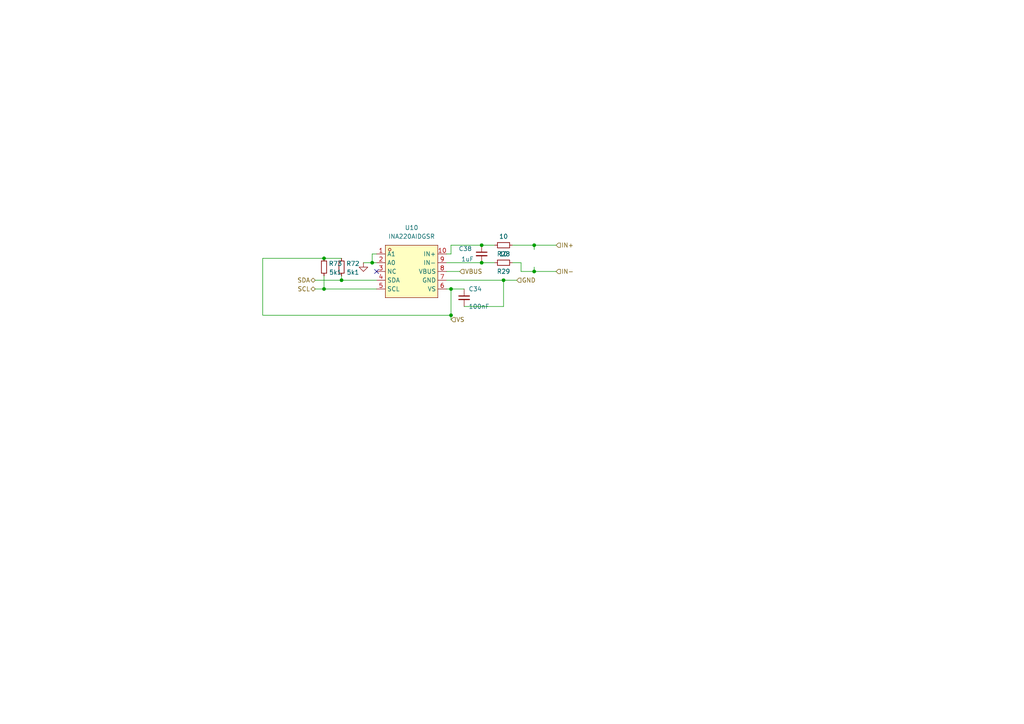
<source format=kicad_sch>
(kicad_sch (version 20250114) (generator "eeschema") (generator_version "9.0")
  (paper "A4")
  (lib_symbols
    (symbol "Device:C_Small" (pin_numbers (hide yes)) (pin_names (offset 0.254) (hide yes))
      (property "Reference" "C" (at 0.254 1.778 0))
      (property "Value" "C_Small" (at 0.254 -2.032 0))
      (symbol "C_Small_0_1"
        (polyline (pts (xy -1.524 0.508) (xy 1.524 0.508)) (stroke (width 0.3048)))
        (polyline (pts (xy -1.524 -0.508) (xy 1.524 -0.508)) (stroke (width 0.3302)))
      )
      (symbol "C_Small_1_1"
        (pin passive line (at 0 2.54 270) (length 2.032) (name "~") (number "1"))
        (pin passive line (at 0 -2.54 90) (length 2.032) (name "~") (number "2"))
      )
    )
    (symbol "Device:R_Small" (pin_numbers (hide yes)) (pin_names (offset 0.254) (hide yes))
      (property "Reference" "R" (at 0.762 0.508 0))
      (property "Value" "R_Small" (at 0.762 -1.016 0))
      (symbol "R_Small_0_1"
        (rectangle (start -0.762 1.778) (end 0.762 -1.778) (stroke (width 0.2032)))
      )
      (symbol "R_Small_1_1"
        (pin passive line (at 0 2.54 270) (length 0.762) (name "~") (number "1"))
        (pin passive line (at 0 -2.54 90) (length 0.762) (name "~") (number "2"))
      )
    )
    (symbol "lcsc:INA220AIDGSR"
      (property "Reference" "U" (at 0 10.16 0))
      (property "Value" "INA220AIDGSR" (at 0 -10.16 0))
      (symbol "INA220AIDGSR_0_1"
        (rectangle (start -7.62 7.62) (end 7.62 -7.62) (fill (type background)))
        (circle (center -6.35 6.35) (radius 0.38))
        (pin unspecified line (at -10.16 5.08 0) (length 2.54) (name "A1") (number "1"))
        (pin unspecified line (at -10.16 2.54 0) (length 2.54) (name "A0") (number "2"))
        (pin unspecified line (at -10.16 0 0) (length 2.54) (name "NC") (number "3"))
        (pin unspecified line (at -10.16 -2.54 0) (length 2.54) (name "SDA") (number "4"))
        (pin unspecified line (at -10.16 -5.08 0) (length 2.54) (name "SCL") (number "5"))
        (pin unspecified line (at 10.16 5.08 180) (length 2.54) (name "IN+") (number "10"))
        (pin unspecified line (at 10.16 2.54 180) (length 2.54) (name "IN-") (number "9"))
        (pin unspecified line (at 10.16 0 180) (length 2.54) (name "VBUS") (number "8"))
        (pin unspecified line (at 10.16 -2.54 180) (length 2.54) (name "GND") (number "7"))
        (pin unspecified line (at 10.16 -5.08 180) (length 2.54) (name "VS") (number "6"))
      )
    )
    (symbol "power:GND" (power) (pin_numbers (hide yes)) (pin_names (offset 0) (hide yes))
      (property "Value" "GND" (at 0 -3.81 0))
      (symbol "GND_0_1"
        (polyline (pts (xy 0 0) (xy 0 -1.27) (xy 1.27 -1.27) (xy 0 -2.54) (xy -1.27 -1.27) (xy 0 -1.27)))
      )
      (symbol "GND_1_1"
        (pin power_in line (at 0 0 270) (length 0) (name "~") (number "1"))
      )
    )
  )
  (junction (at 130.81 91.44))
  (junction (at 146.05 81.28))
  (junction (at 154.94 71.12))
  (junction (at 154.94 78.74))
  (junction (at 139.7 71.12))
  (junction (at 93.98 74.93))
  (junction (at 99.06 81.28))
  (junction (at 93.98 83.82))
  (junction (at 107.95 76.2))
  (junction (at 130.81 83.82))
  (junction (at 139.7 76.2))
  (no_connect (at 109.22 78.74))
  (wire (pts (xy 76.2 91.44) (xy 76.2 74.93)))
  (wire (pts (xy 130.81 83.82) (xy 130.81 91.44)))
  (wire (pts (xy 91.44 81.28) (xy 99.06 81.28)))
  (wire (pts (xy 99.06 81.28) (xy 109.22 81.28)))
  (wire (pts (xy 151.13 78.74) (xy 154.94 78.74)))
  (wire (pts (xy 129.54 78.74) (xy 133.35 78.74)))
  (wire (pts (xy 154.94 71.12) (xy 154.94 72.39)))
  (wire (pts (xy 130.81 91.44) (xy 76.2 91.44)))
  (wire (pts (xy 130.81 71.12) (xy 130.81 73.66)))
  (wire (pts (xy 151.13 76.2) (xy 151.13 78.74)))
  (wire (pts (xy 107.95 73.66) (xy 107.95 76.2)))
  (wire (pts (xy 93.98 80.01) (xy 93.98 83.82)))
  (wire (pts (xy 76.2 74.93) (xy 93.98 74.93)))
  (wire (pts (xy 105.41 76.2) (xy 107.95 76.2)))
  (wire (pts (xy 129.54 81.28) (xy 146.05 81.28)))
  (wire (pts (xy 154.94 78.74) (xy 161.29 78.74)))
  (wire (pts (xy 107.95 76.2) (xy 109.22 76.2)))
  (wire (pts (xy 134.62 88.9) (xy 146.05 88.9)))
  (wire (pts (xy 146.05 88.9) (xy 146.05 81.28)))
  (wire (pts (xy 146.05 81.28) (xy 149.86 81.28)))
  (wire (pts (xy 93.98 74.93) (xy 99.06 74.93)))
  (wire (pts (xy 130.81 71.12) (xy 139.7 71.12)))
  (wire (pts (xy 154.94 71.12) (xy 161.29 71.12)))
  (wire (pts (xy 154.94 77.47) (xy 154.94 78.74)))
  (wire (pts (xy 130.81 91.44) (xy 130.81 92.71)))
  (wire (pts (xy 91.44 83.82) (xy 93.98 83.82)))
  (wire (pts (xy 139.7 71.12) (xy 143.51 71.12)))
  (wire (pts (xy 109.22 73.66) (xy 107.95 73.66)))
  (wire (pts (xy 93.98 83.82) (xy 109.22 83.82)))
  (wire (pts (xy 130.81 73.66) (xy 129.54 73.66)))
  (wire (pts (xy 130.81 83.82) (xy 134.62 83.82)))
  (wire (pts (xy 148.59 71.12) (xy 154.94 71.12)))
  (wire (pts (xy 129.54 83.82) (xy 130.81 83.82)))
  (wire (pts (xy 99.06 80.01) (xy 99.06 81.28)))
  (wire (pts (xy 148.59 76.2) (xy 151.13 76.2)))
  (wire (pts (xy 129.54 76.2) (xy 139.7 76.2)))
  (wire (pts (xy 139.7 76.2) (xy 143.51 76.2)))
  (hierarchical_label "IN-" (shape input) (at 161.29 78.74 0))
  (hierarchical_label "IN+" (shape input) (at 161.29 71.12 0))
  (hierarchical_label "VBUS" (shape input) (at 133.35 78.74 0))
  (hierarchical_label "SDA" (shape bidirectional) (at 91.44 81.28 180))
  (hierarchical_label "GND" (shape input) (at 149.86 81.28 0))
  (hierarchical_label "SCL" (shape bidirectional) (at 91.44 83.82 180))
  (hierarchical_label "VS" (shape input) (at 130.81 92.71 0))
  (symbol (lib_id "Device:C_Small") (at 134.62 86.36 0) (unit 1)
    (property "Reference" "C34" (at 135.89 83.8199 0) (effects (justify left)))
    (property "Value" "100nF" (at 135.89 88.8999 0) (effects (justify left)))
    (property "Footprint" "Capacitor_SMD:C_0402_1005Metric" (effects (hide yes)))
    (property "Description" "Unpolarized capacitor, small symbol" (effects (hide yes)))
    (property "LCSC" "C1525" (effects (hide yes)))
  )
  (symbol (lib_id "power:GND") (at 105.41 76.2 0) (mirror y) (unit 1)
    (property "Reference" "#PWR032" (effects (hide yes)))
    (property "Value" "GND" (effects (hide yes)))
    (property "Description" "Power symbol creates a global label with name \"GND\" , ground" (effects (hide yes)))
  )
  (symbol (lib_id "Device:R_Small") (at 146.05 71.12 90) (mirror x) (unit 1)
    (property "Reference" "R28" (at 146.05 73.66 90))
    (property "Value" "10" (at 146.05 68.58 90))
    (property "Footprint" "Resistor_SMD:R_0402_1005Metric" (effects (hide yes)))
    (property "Description" "Resistor, small symbol" (effects (hide yes)))
    (property "LCSC" "C25077" (effects (hide yes)))
  )
  (symbol (lib_id "Device:C_Small") (at 139.7 73.66 0) (mirror y) (unit 1)
    (property "Reference" "C38" (at 136.906 72.136 0) (effects (justify left)))
    (property "Value" "1uF" (at 137.414 75.184 0) (effects (justify left)))
    (property "Footprint" "Capacitor_SMD:C_0402_1005Metric" (effects (hide yes)))
    (property "Description" "Unpolarized capacitor, small symbol" (effects (hide yes)))
    (property "LCSC" "C52923" (effects (hide yes)))
  )
  (symbol (lib_id "Device:R_Small") (at 99.06 77.47 0) (mirror x) (unit 1)
    (property "Reference" "R72" (at 102.362 76.454 0))
    (property "Value" "5k1" (at 102.362 78.994 0))
    (property "Footprint" "Resistor_SMD:R_0402_1005Metric" (effects (hide yes)))
    (property "Description" "Resistor, small symbol" (effects (hide yes)))
    (property "LCSC" "C25905" (effects (hide yes)))
  )
  (symbol (lib_id "Device:R_Small") (at 93.98 77.47 0) (mirror x) (unit 1)
    (property "Reference" "R73" (at 97.282 76.454 0))
    (property "Value" "5k1" (at 97.282 78.994 0))
    (property "Footprint" "Resistor_SMD:R_0402_1005Metric" (effects (hide yes)))
    (property "Description" "Resistor, small symbol" (effects (hide yes)))
    (property "LCSC" "C25905" (effects (hide yes)))
  )
  (symbol (lib_id "lcsc:INA220AIDGSR") (at 119.38 78.74 0) (unit 1)
    (property "Reference" "U10" (at 119.38 66.04 0))
    (property "Value" "INA220AIDGSR" (at 119.38 68.58 0))
    (property "Footprint" "lcsc:VSSOP-10_L3.0-W3.0-P0.50-LS4.9-BL" (effects (hide yes)))
    (property "Datasheet" "https://www.ti.com/lit/ds/symlink/ina220.pdf?ts=1736710620691" (effects (hide yes)))
    (property "LCSC Part" "C543040" (effects (hide yes)))
  )
  (symbol (lib_id "Device:R_Small") (at 146.05 76.2 90) (mirror x) (unit 1)
    (property "Reference" "R29" (at 146.05 78.74 90))
    (property "Value" "10" (at 146.05 73.66 90))
    (property "Footprint" "Resistor_SMD:R_0402_1005Metric" (effects (hide yes)))
    (property "Description" "Resistor, small symbol" (effects (hide yes)))
    (property "LCSC" "C25077" (effects (hide yes)))
  )
)
</source>
